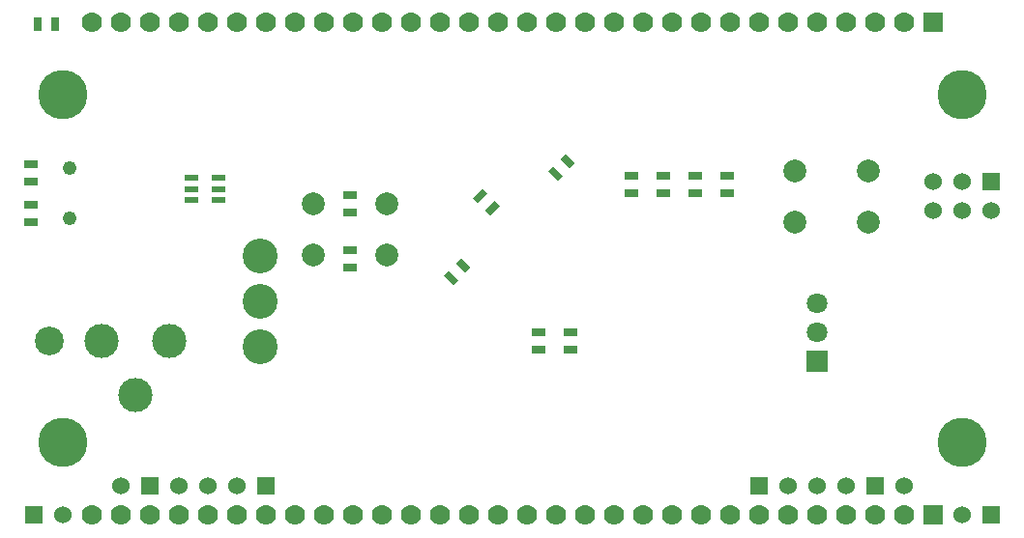
<source format=gbs>
G04 (created by PCBNEW (2013-07-07 BZR 4022)-stable) date 2/20/2015 2:37:17 PM*
%MOIN*%
G04 Gerber Fmt 3.4, Leading zero omitted, Abs format*
%FSLAX34Y34*%
G01*
G70*
G90*
G04 APERTURE LIST*
%ADD10C,0.00590551*%
%ADD11C,0.048*%
%ADD12C,0.0787402*%
%ADD13R,0.0472441X0.023622*%
%ADD14R,0.045X0.025*%
%ADD15R,0.07X0.07*%
%ADD16C,0.07*%
%ADD17C,0.11811*%
%ADD18C,0.099*%
%ADD19R,0.06X0.06*%
%ADD20C,0.06*%
%ADD21R,0.0748031X0.0748031*%
%ADD22C,0.0708661*%
%ADD23C,0.12*%
%ADD24C,0.17*%
%ADD25R,0.025X0.045*%
G04 APERTURE END LIST*
G54D10*
G54D11*
X8235Y-12034D03*
X8235Y-13766D03*
G54D12*
X35779Y-12114D03*
X33220Y-12114D03*
X35779Y-13885D03*
X33220Y-13885D03*
G54D13*
X13352Y-12375D03*
X13352Y-12750D03*
X13352Y-13124D03*
X12447Y-13124D03*
X12447Y-12750D03*
X12447Y-12375D03*
G54D14*
X6900Y-13300D03*
X6900Y-13900D03*
X25500Y-18300D03*
X25500Y-17700D03*
G54D10*
G36*
X21458Y-16059D02*
X21140Y-15741D01*
X21317Y-15564D01*
X21635Y-15882D01*
X21458Y-16059D01*
X21458Y-16059D01*
G37*
G36*
X21882Y-15635D02*
X21564Y-15317D01*
X21741Y-15140D01*
X22059Y-15458D01*
X21882Y-15635D01*
X21882Y-15635D01*
G37*
G54D14*
X24400Y-18300D03*
X24400Y-17700D03*
G54D10*
G36*
X22140Y-13058D02*
X22458Y-12740D01*
X22635Y-12917D01*
X22317Y-13235D01*
X22140Y-13058D01*
X22140Y-13058D01*
G37*
G36*
X22564Y-13482D02*
X22882Y-13164D01*
X23059Y-13341D01*
X22741Y-13659D01*
X22564Y-13482D01*
X22564Y-13482D01*
G37*
G36*
X25341Y-11540D02*
X25659Y-11858D01*
X25482Y-12035D01*
X25164Y-11717D01*
X25341Y-11540D01*
X25341Y-11540D01*
G37*
G36*
X24917Y-11964D02*
X25235Y-12282D01*
X25058Y-12459D01*
X24740Y-12141D01*
X24917Y-11964D01*
X24917Y-11964D01*
G37*
G54D14*
X6900Y-11900D03*
X6900Y-12500D03*
G54D15*
X38000Y-7000D03*
G54D16*
X37000Y-7000D03*
X36000Y-7000D03*
X35000Y-7000D03*
X34000Y-7000D03*
X33000Y-7000D03*
X32000Y-7000D03*
X31000Y-7000D03*
X30000Y-7000D03*
X29000Y-7000D03*
X28000Y-7000D03*
X27000Y-7000D03*
X26000Y-7000D03*
X25000Y-7000D03*
X24000Y-7000D03*
X23000Y-7000D03*
X22000Y-7000D03*
X21000Y-7000D03*
X20000Y-7000D03*
X19000Y-7000D03*
X18000Y-7000D03*
X17000Y-7000D03*
X16000Y-7000D03*
X15000Y-7000D03*
X14000Y-7000D03*
X13000Y-7000D03*
X12000Y-7000D03*
X11000Y-7000D03*
X10000Y-7000D03*
X9000Y-7000D03*
G54D15*
X38000Y-24000D03*
G54D16*
X37000Y-24000D03*
X36000Y-24000D03*
X35000Y-24000D03*
X34000Y-24000D03*
X33000Y-24000D03*
X32000Y-24000D03*
X31000Y-24000D03*
X30000Y-24000D03*
X29000Y-24000D03*
X28000Y-24000D03*
X27000Y-24000D03*
X26000Y-24000D03*
X25000Y-24000D03*
X24000Y-24000D03*
X23000Y-24000D03*
X22000Y-24000D03*
X21000Y-24000D03*
X20000Y-24000D03*
X19000Y-24000D03*
X18000Y-24000D03*
X17000Y-24000D03*
X16000Y-24000D03*
X15000Y-24000D03*
X14000Y-24000D03*
X13000Y-24000D03*
X12000Y-24000D03*
X11000Y-24000D03*
X10000Y-24000D03*
X9000Y-24000D03*
G54D17*
X11681Y-18000D03*
X9318Y-18000D03*
X10500Y-19850D03*
G54D18*
X7547Y-18000D03*
G54D19*
X40000Y-12500D03*
G54D20*
X40000Y-13500D03*
X39000Y-12500D03*
X39000Y-13500D03*
X38000Y-12500D03*
X38000Y-13500D03*
G54D21*
X34000Y-18700D03*
G54D22*
X34000Y-17700D03*
X34000Y-16700D03*
G54D23*
X14800Y-18200D03*
X14800Y-16630D03*
X14800Y-15050D03*
G54D24*
X8000Y-21500D03*
X39000Y-9500D03*
X39000Y-21500D03*
X8000Y-9500D03*
G54D12*
X19179Y-13264D03*
X16620Y-13264D03*
X19179Y-15035D03*
X16620Y-15035D03*
G54D14*
X17900Y-15450D03*
X17900Y-14850D03*
X17900Y-13550D03*
X17900Y-12950D03*
X30900Y-12900D03*
X30900Y-12300D03*
X29800Y-12900D03*
X29800Y-12300D03*
X28700Y-12900D03*
X28700Y-12300D03*
X27600Y-12900D03*
X27600Y-12300D03*
G54D25*
X7750Y-7050D03*
X7150Y-7050D03*
G54D19*
X40000Y-24000D03*
G54D20*
X39000Y-24000D03*
G54D19*
X36000Y-23000D03*
G54D20*
X37000Y-23000D03*
G54D19*
X11000Y-23000D03*
G54D20*
X10000Y-23000D03*
G54D19*
X7000Y-24000D03*
G54D20*
X8000Y-24000D03*
G54D19*
X32000Y-23000D03*
G54D20*
X33000Y-23000D03*
X34000Y-23000D03*
X35000Y-23000D03*
G54D19*
X15000Y-23000D03*
G54D20*
X14000Y-23000D03*
X13000Y-23000D03*
X12000Y-23000D03*
M02*

</source>
